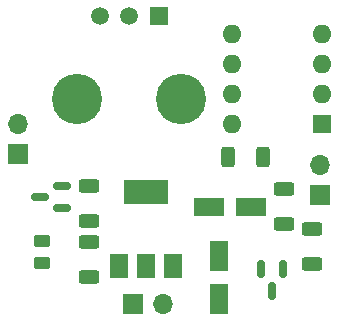
<source format=gts>
G04 #@! TF.GenerationSoftware,KiCad,Pcbnew,8.0.5*
G04 #@! TF.CreationDate,2024-10-02T19:17:24-04:00*
G04 #@! TF.ProjectId,pcb_chip,7063625f-6368-4697-902e-6b696361645f,rev?*
G04 #@! TF.SameCoordinates,Original*
G04 #@! TF.FileFunction,Soldermask,Top*
G04 #@! TF.FilePolarity,Negative*
%FSLAX46Y46*%
G04 Gerber Fmt 4.6, Leading zero omitted, Abs format (unit mm)*
G04 Created by KiCad (PCBNEW 8.0.5) date 2024-10-02 19:17:24*
%MOMM*%
%LPD*%
G01*
G04 APERTURE LIST*
G04 Aperture macros list*
%AMRoundRect*
0 Rectangle with rounded corners*
0 $1 Rounding radius*
0 $2 $3 $4 $5 $6 $7 $8 $9 X,Y pos of 4 corners*
0 Add a 4 corners polygon primitive as box body*
4,1,4,$2,$3,$4,$5,$6,$7,$8,$9,$2,$3,0*
0 Add four circle primitives for the rounded corners*
1,1,$1+$1,$2,$3*
1,1,$1+$1,$4,$5*
1,1,$1+$1,$6,$7*
1,1,$1+$1,$8,$9*
0 Add four rect primitives between the rounded corners*
20,1,$1+$1,$2,$3,$4,$5,0*
20,1,$1+$1,$4,$5,$6,$7,0*
20,1,$1+$1,$6,$7,$8,$9,0*
20,1,$1+$1,$8,$9,$2,$3,0*%
G04 Aperture macros list end*
%ADD10R,1.600000X1.600000*%
%ADD11O,1.600000X1.600000*%
%ADD12RoundRect,0.250000X0.312500X0.625000X-0.312500X0.625000X-0.312500X-0.625000X0.312500X-0.625000X0*%
%ADD13RoundRect,0.150000X-0.150000X0.587500X-0.150000X-0.587500X0.150000X-0.587500X0.150000X0.587500X0*%
%ADD14RoundRect,0.250000X-0.625000X0.312500X-0.625000X-0.312500X0.625000X-0.312500X0.625000X0.312500X0*%
%ADD15RoundRect,0.250000X0.625000X-0.312500X0.625000X0.312500X-0.625000X0.312500X-0.625000X-0.312500X0*%
%ADD16RoundRect,0.250000X-1.050000X-0.550000X1.050000X-0.550000X1.050000X0.550000X-1.050000X0.550000X0*%
%ADD17RoundRect,0.250000X0.450000X-0.262500X0.450000X0.262500X-0.450000X0.262500X-0.450000X-0.262500X0*%
%ADD18R,1.500000X1.500000*%
%ADD19C,1.500000*%
%ADD20C,4.260000*%
%ADD21R,1.700000X1.700000*%
%ADD22O,1.700000X1.700000*%
%ADD23RoundRect,0.150000X0.587500X0.150000X-0.587500X0.150000X-0.587500X-0.150000X0.587500X-0.150000X0*%
%ADD24RoundRect,0.250000X-0.550000X1.050000X-0.550000X-1.050000X0.550000X-1.050000X0.550000X1.050000X0*%
%ADD25R,1.500000X2.000000*%
%ADD26R,3.800000X2.000000*%
G04 APERTURE END LIST*
D10*
X141173200Y-90932000D03*
D11*
X141173200Y-88392000D03*
X141173200Y-85852000D03*
X141173200Y-83312000D03*
X133553200Y-83312000D03*
X133553200Y-85852000D03*
X133553200Y-88392000D03*
X133553200Y-90932000D03*
D12*
X136133300Y-93726000D03*
X133208300Y-93726000D03*
D13*
X137856000Y-103202500D03*
X135956000Y-103202500D03*
X136906000Y-105077500D03*
D14*
X137922000Y-96429100D03*
X137922000Y-99354100D03*
D15*
X121412000Y-99125500D03*
X121412000Y-96200500D03*
D16*
X131550000Y-97917000D03*
X135150000Y-97917000D03*
D14*
X140309600Y-99832700D03*
X140309600Y-102757700D03*
D17*
X117449600Y-102664900D03*
X117449600Y-100839900D03*
D15*
X121412000Y-103824500D03*
X121412000Y-100899500D03*
D18*
X127341000Y-81755000D03*
D19*
X124841000Y-81755000D03*
X122341000Y-81755000D03*
D20*
X129241000Y-88755000D03*
X120441000Y-88755000D03*
D21*
X115417600Y-93477000D03*
D22*
X115417600Y-90937000D03*
D21*
X140970000Y-96906000D03*
D22*
X140970000Y-94366000D03*
D21*
X125171200Y-106172000D03*
D22*
X127711200Y-106172000D03*
D23*
X119149100Y-98028800D03*
X119149100Y-96128800D03*
X117274100Y-97078800D03*
D24*
X132384800Y-102086000D03*
X132384800Y-105686000D03*
D25*
X123938000Y-102972000D03*
X126238000Y-102972000D03*
D26*
X126238000Y-96672000D03*
D25*
X128538000Y-102972000D03*
M02*

</source>
